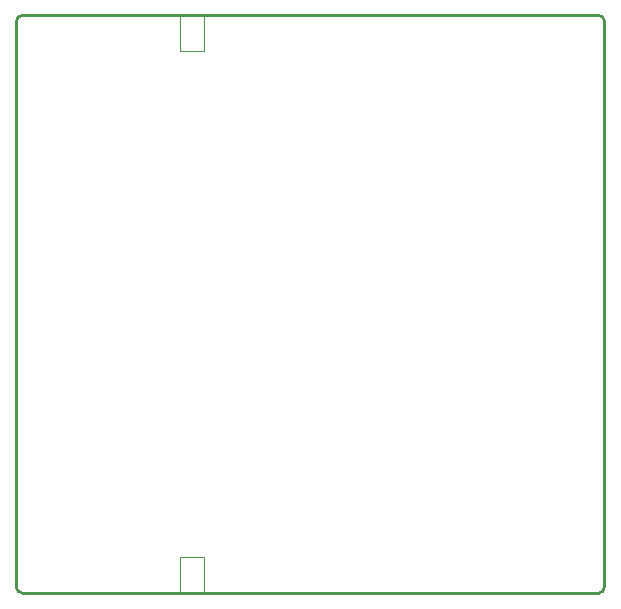
<source format=gko>
G04 Layer: BoardOutlineLayer*
G04 EasyEDA Pro v2.1.63, 2024-06-10 19:41:30*
G04 Gerber Generator version 0.3*
G04 Scale: 100 percent, Rotated: No, Reflected: No*
G04 Dimensions in millimeters*
G04 Leading zeros omitted, absolute positions, 3 integers and 5 decimals*
%FSLAX35Y35*%
%MOMM*%
%ADD10C,0.254*%
%ADD11C,0.0254*%
G75*


G04 Rect Start*
G54D10*
G01X50000Y-110000D02*
G01X50000Y-4900000D01*
G03X100000Y-4950000I50000J0D01*
G01X4980000D01*
G03X5030000Y-4900000I0J50000D01*
G01Y-110000D01*
G03X4980000Y-60000I-50000J0D01*
G01X100000D01*
G03X50000Y-110000I0J-50000D01*
G54D11*
G01X1438000Y-4646400D02*
G01X1438000Y-4946400D01*
G01X1643000D01*
G01Y-4646400D01*
G01X1438000D01*
G01X1438000Y-60000D02*
G01X1438000Y-360000D01*
G01X1643000D01*
G01Y-60000D01*
G01X1438000D01*
G04 Rect End*

M02*

</source>
